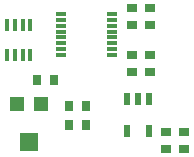
<source format=gtp>
G04 Layer_Color=8421504*
%FSLAX25Y25*%
%MOIN*%
G70*
G01*
G75*
%ADD10R,0.03150X0.03543*%
%ADD11R,0.03543X0.03150*%
%ADD12R,0.02165X0.03937*%
%ADD13R,0.01772X0.04331*%
%ADD14R,0.04724X0.04724*%
%ADD15R,0.06299X0.05905*%
%ADD16R,0.03752X0.01276*%
D10*
X31102Y11417D02*
D03*
X25591D02*
D03*
X31102Y17717D02*
D03*
X25591D02*
D03*
X20472Y26378D02*
D03*
X14961D02*
D03*
D11*
X63779Y3543D02*
D03*
Y9055D02*
D03*
X52362Y50394D02*
D03*
Y44882D02*
D03*
X46457Y50394D02*
D03*
Y44882D02*
D03*
Y29134D02*
D03*
Y34646D02*
D03*
X52362Y29134D02*
D03*
Y34646D02*
D03*
X57874Y3543D02*
D03*
Y9055D02*
D03*
D12*
X44685Y9449D02*
D03*
X52166D02*
D03*
Y20079D02*
D03*
X48425D02*
D03*
X44685D02*
D03*
D13*
X12598Y44882D02*
D03*
X4921Y34646D02*
D03*
X7480D02*
D03*
X10040D02*
D03*
X12598D02*
D03*
X4921Y44882D02*
D03*
X7480D02*
D03*
X10040D02*
D03*
D14*
X16142Y18504D02*
D03*
X8268D02*
D03*
D15*
X12205Y5709D02*
D03*
D16*
X39764Y34646D02*
D03*
Y36614D02*
D03*
Y38583D02*
D03*
Y40551D02*
D03*
Y42520D02*
D03*
Y44488D02*
D03*
Y46457D02*
D03*
Y48425D02*
D03*
X22835D02*
D03*
Y46457D02*
D03*
Y44488D02*
D03*
Y42520D02*
D03*
Y40551D02*
D03*
Y38583D02*
D03*
Y36614D02*
D03*
Y34646D02*
D03*
M02*

</source>
